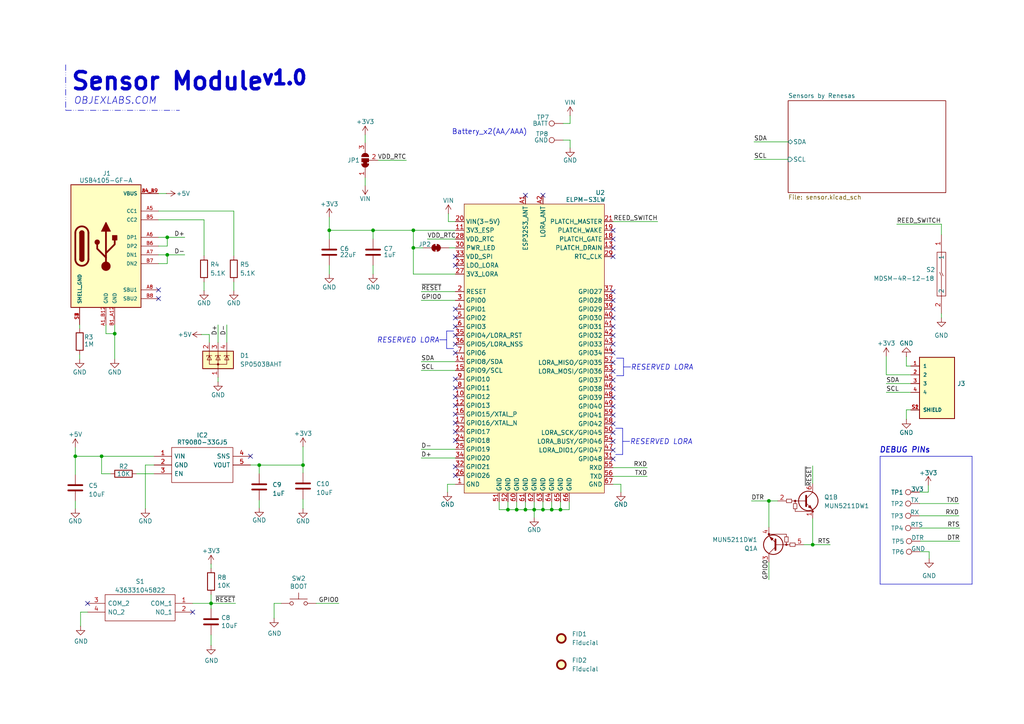
<source format=kicad_sch>
(kicad_sch (version 20231120) (generator "eeschema") (generator_version "8.0")
  (paper "A4")
  (title_block (title "Sensor Module for ELPMs") (date "2024-06-22") (rev "1.0") (comment 2 "Salvatore Raccardi") (comment 3 "Salvatore Raccardi"))
  (lib_symbols
    (symbol "+5V_1" (power) (pin_numbers hide) (pin_names (offset 0) hide)
      (property "Value" "+5V" (at 0 3.556 0))
      (symbol "+5V_1_0_1"
        (polyline (pts (xy -0.762 1.27) (xy 0 2.54)))
        (polyline (pts (xy 0 0) (xy 0 2.54)))
        (polyline (pts (xy 0 2.54) (xy 0.762 1.27)))
      )
      (symbol "+5V_1_1_1"
        (pin power_in line (at 0 0 90) (length 0) (name "~") (number "1"))
      )
    )
    (symbol "436331045822:436331045822" (pin_names (offset 0.762))
      (property "Reference" "S" (at 26.67 7.62 0))
      (property "Value" "436331045822" (at 26.67 5.08 0))
      (symbol "436331045822_0_0"
        (pin passive line (at 30.48 0 180) (length 5.08) (name "COM_1") (number "1"))
        (pin passive line (at 30.48 -2.54 180) (length 5.08) (name "NO_1") (number "2"))
        (pin passive line (at 0 0 0) (length 5.08) (name "COM_2") (number "3"))
        (pin passive line (at 0 -2.54 0) (length 5.08) (name "NO_2") (number "4"))
      )
      (symbol "436331045822_0_1"
        (polyline (pts (xy 5.08 2.54) (xy 25.4 2.54) (xy 25.4 -5.08) (xy 5.08 -5.08) (xy 5.08 2.54)) (stroke (width 0.1524)))
      )
    )
    (symbol "Connector:TestPoint" (pin_numbers hide) (pin_names (offset 0.762) hide)
      (property "Reference" "TP" (at 0 6.858 0))
      (property "Value" "TestPoint" (at 0 5.08 0))
      (symbol "TestPoint_0_1"
        (circle (center 0 3.302) (radius 0.762))
      )
      (symbol "TestPoint_1_1"
        (pin passive line (at 0 0 90) (length 2.54) (name "1") (number "1"))
      )
    )
    (symbol "Device:C" (pin_numbers hide) (pin_names (offset 0.254))
      (property "Reference" "C" (at 0.635 2.54 0))
      (property "Value" "C" (at 0.635 -2.54 0))
      (symbol "C_0_1"
        (polyline (pts (xy -2.032 -0.762) (xy 2.032 -0.762)) (stroke (width 0.508)))
        (polyline (pts (xy -2.032 0.762) (xy 2.032 0.762)) (stroke (width 0.508)))
      )
      (symbol "C_1_1"
        (pin passive line (at 0 3.81 270) (length 2.794) (name "~") (number "1"))
        (pin passive line (at 0 -3.81 90) (length 2.794) (name "~") (number "2"))
      )
    )
    (symbol "Device:R" (pin_numbers hide) (pin_names (offset 0))
      (property "Reference" "R" (at 2.032 0 90))
      (property "Value" "R" (at 0 0 90))
      (symbol "R_0_1"
        (rectangle (start -1.016 -2.54) (end 1.016 2.54) (stroke (width 0.254)))
      )
      (symbol "R_1_1"
        (pin passive line (at 0 3.81 270) (length 1.27) (name "~") (number "1"))
        (pin passive line (at 0 -3.81 90) (length 1.27) (name "~") (number "2"))
      )
    )
    (symbol "ELPMs:ELPM-S3LW"
      (property "Reference" "U1" (at 10.16 43.942 0))
      (property "Value" "ELPM-S3LW" (at 14.478 41.91 0))
      (symbol "ELPM-S3LW_1_1"
        (rectangle (start -20.32 40.64) (end 20.32 -43.18) (fill (type background)))
        (pin input line (at -22.86 -40.64 0) (length 2.54) (name "GND") (number "1"))
        (pin input line (at -22.86 -15.24 0) (length 2.54) (name "GPIO12") (number "10"))
        (pin input line (at -22.86 33.02 0) (length 2.54) (name "3V3_ESP") (number "11"))
        (pin input line (at -22.86 -17.78 0) (length 2.54) (name "GPIO13") (number "12"))
        (pin input line (at 22.86 27.94 180) (length 2.54) (name "PLATCH_DRAIN") (number "13"))
        (pin input line (at -22.86 -5.08 0) (length 2.54) (name "GPIO8/SDA") (number "14"))
        (pin input line (at -22.86 -7.62 0) (length 2.54) (name "GPIO9/SCL") (number "15"))
        (pin input line (at -22.86 -20.32 0) (length 2.54) (name "GPIO15/XTAL_P") (number "16"))
        (pin input line (at -22.86 -22.86 0) (length 2.54) (name "GPIO16/XTAL_N") (number "17"))
        (pin input line (at 22.86 30.48 180) (length 2.54) (name "PLATCH_GATE") (number "18"))
        (pin input line (at 22.86 33.02 180) (length 2.54) (name "PLATCH_WAKE") (number "19"))
        (pin input line (at -22.86 15.24 0) (length 2.54) (name "RESET") (number "2"))
        (pin input line (at -22.86 35.56 0) (length 2.54) (name "VIN(3-5V)") (number "20"))
        (pin input line (at 22.86 35.56 180) (length 2.54) (name "PLATCH_MASTER") (number "21"))
        (pin input line (at -22.86 -25.4 0) (length 2.54) (name "GPIO17") (number "22"))
        (pin input line (at -22.86 22.86 0) (length 2.54) (name "LDO_LORA") (number "23"))
        (pin input line (at -22.86 -27.94 0) (length 2.54) (name "GPIO18") (number "24"))
        (pin input line (at -22.86 -30.48 0) (length 2.54) (name "GPIO19") (number "25"))
        (pin input line (at -22.86 -38.1 0) (length 2.54) (name "GPIO26") (number "26"))
        (pin input line (at -22.86 20.32 0) (length 2.54) (name "3V3_LORA") (number "27"))
        (pin input line (at -22.86 30.48 0) (length 2.54) (name "VDD_RTC") (number "28"))
        (pin input line (at 22.86 25.4 180) (length 2.54) (name "RTC_CLK") (number "29"))
        (pin input line (at -22.86 12.7 0) (length 2.54) (name "GPIO0") (number "3"))
        (pin input line (at -22.86 27.94 0) (length 2.54) (name "PWR_LED") (number "30"))
        (pin input line (at 22.86 -33.274 180) (length 2.54) (name "GPIO48") (number "31"))
        (pin input line (at -22.86 -35.56 0) (length 2.54) (name "GPIO21") (number "32"))
        (pin input line (at -22.86 25.4 0) (length 2.54) (name "VDD_SPI") (number "33"))
        (pin input line (at -22.86 -33.02 0) (length 2.54) (name "GPIO20") (number "34"))
        (pin input line (at -22.86 2.54 0) (length 2.54) (name "GPIO4/LORA_RST") (number "35"))
        (pin input line (at -22.86 0 0) (length 2.54) (name "GPIO5/LORA_NSS") (number "36"))
        (pin input line (at 22.86 15.24 180) (length 2.54) (name "GPIO27") (number "37"))
        (pin input line (at 22.86 12.7 180) (length 2.54) (name "GPIO28") (number "38"))
        (pin input line (at 22.86 10.16 180) (length 2.54) (name "GPIO29") (number "39"))
        (pin input line (at -22.86 10.16 0) (length 2.54) (name "GPIO1") (number "4"))
        (pin input line (at 22.86 7.62 180) (length 2.54) (name "GPIO30") (number "40"))
        (pin input line (at 22.86 5.08 180) (length 2.54) (name "GPIO31") (number "41"))
        (pin input line (at 22.86 2.54 180) (length 2.54) (name "GPIO32") (number "42"))
        (pin input line (at 22.86 0 180) (length 2.54) (name "GPIO33") (number "43"))
        (pin input line (at 22.86 -2.54 180) (length 2.54) (name "GPIO34") (number "44"))
        (pin input line (at 22.86 -10.414 180) (length 2.54) (name "GPIO37") (number "45"))
        (pin input line (at 22.86 -12.954 180) (length 2.54) (name "GPIO38") (number "46"))
        (pin input line (at 22.86 -30.734 180) (length 2.54) (name "LORA_DIO1/GPIO47") (number "47"))
        (pin input line (at 22.86 -15.494 180) (length 2.54) (name "GPIO39") (number "48"))
        (pin input line (at 22.86 -18.034 180) (length 2.54) (name "GPIO40") (number "49"))
        (pin input line (at -22.86 7.62 0) (length 2.54) (name "GPIO2") (number "5"))
        (pin input line (at 22.86 -25.654 180) (length 2.54) (name "LORA_SCK/GPIO45") (number "50"))
        (pin input line (at -10.16 -45.72 90) (length 2.54) (name "GND") (number "51"))
        (pin input line (at -7.62 -45.72 90) (length 2.54) (name "GND") (number "52"))
        (pin input line (at 22.86 -7.874 180) (length 2.54) (name "LORA_MOSI/GPIO36") (number "53"))
        (pin input line (at 22.86 -28.194 180) (length 2.54) (name "LORA_BUSY/GPIO46") (number "54"))
        (pin input line (at 22.86 -35.814 180) (length 2.54) (name "RXD") (number "55"))
        (pin input line (at 22.86 -38.354 180) (length 2.54) (name "TXD") (number "56"))
        (pin input line (at 22.86 -5.334 180) (length 2.54) (name "LORA_MISO/GPIO35") (number "57"))
        (pin input line (at 22.86 -23.114 180) (length 2.54) (name "GPIO42") (number "58"))
        (pin input line (at 22.86 -20.574 180) (length 2.54) (name "GPIO41") (number "59"))
        (pin input line (at -22.86 5.08 0) (length 2.54) (name "GPIO3") (number "6"))
        (pin input line (at -5.08 -45.72 90) (length 2.54) (name "GND") (number "60"))
        (pin input line (at -2.54 -45.72 90) (length 2.54) (name "GND") (number "61"))
        (pin input line (at 0 -45.72 90) (length 2.54) (name "GND") (number "62"))
        (pin input line (at 2.54 -45.72 90) (length 2.54) (name "GND") (number "63"))
        (pin input line (at 5.08 -45.72 90) (length 2.54) (name "GND") (number "64"))
        (pin input line (at 7.62 -45.72 90) (length 2.54) (name "GND") (number "65"))
        (pin input line (at 10.16 -45.72 90) (length 2.54) (name "GND") (number "66"))
        (pin input line (at 22.86 -40.64 180) (length 2.54) (name "GND") (number "67"))
        (pin input line (at -22.86 -2.54 0) (length 2.54) (name "GPIO6") (number "7"))
        (pin input line (at -22.86 -12.7 0) (length 2.54) (name "GPIO11") (number "8"))
        (pin input line (at -22.86 -10.16 0) (length 2.54) (name "GPIO10") (number "9"))
        (pin input line (at -2.54 43.18 270) (length 2.54) (name "ESP32S3_ANT") (number "A1"))
        (pin input line (at 2.54 43.18 270) (length 2.54) (name "LORA_ANT") (number "A2"))
      )
    )
    (symbol "GND_1" (power) (pin_names (offset 0))
      (property "Value" "GND_1" (at 0 -3.81 0))
      (symbol "GND_1_0_1"
        (polyline (pts (xy 0 0) (xy 0 -1.27) (xy 1.27 -1.27) (xy 0 -2.54) (xy -1.27 -1.27) (xy 0 -1.27)))
      )
      (symbol "GND_1_1_1"
        (pin power_in line (at 0 0 270) (length 0) hide (name "GND") (number "1"))
      )
    )
    (symbol "GND_3" (power) (pin_names (offset 0))
      (property "Value" "GND_3" (at 0 -3.81 0))
      (symbol "GND_3_0_1"
        (polyline (pts (xy 0 0) (xy 0 -1.27) (xy 1.27 -1.27) (xy 0 -2.54) (xy -1.27 -1.27) (xy 0 -1.27)))
      )
      (symbol "GND_3_1_1"
        (pin power_in line (at 0 0 270) (length 0) hide (name "GND") (number "1"))
      )
    )
    (symbol "GND_4" (power) (pin_names (offset 0))
      (property "Value" "GND_4" (at 0 -3.81 0))
      (symbol "GND_4_0_1"
        (polyline (pts (xy 0 0) (xy 0 -1.27) (xy 1.27 -1.27) (xy 0 -2.54) (xy -1.27 -1.27) (xy 0 -1.27)))
      )
      (symbol "GND_4_1_1"
        (pin power_in line (at 0 0 270) (length 0) hide (name "GND") (number "1"))
      )
    )
    (symbol "Jumper:SolderJumper_2_Bridged" (pin_numbers hide) (pin_names (offset 0) hide) (exclude_from_sim yes) (in_bom no)
      (property "Reference" "JP" (at 0 2.032 0))
      (property "Value" "SolderJumper_2_Bridged" (at 0 -2.54 0))
      (symbol "SolderJumper_2_Bridged_0_1"
        (rectangle (start -0.508 0.508) (end 0.508 -0.508) (fill (type outline)))
        (arc (start -0.254 1.016) (mid -1.2656 0) (end -0.254 -1.016))
        (arc (start -0.254 1.016) (mid -1.2656 0) (end -0.254 -1.016) (fill (type outline)))
        (polyline (pts (xy -0.254 1.016) (xy -0.254 -1.016)))
        (polyline (pts (xy 0.254 1.016) (xy 0.254 -1.016)))
        (arc (start 0.254 -1.016) (mid 1.2656 0) (end 0.254 1.016))
        (arc (start 0.254 -1.016) (mid 1.2656 0) (end 0.254 1.016) (fill (type outline)))
      )
      (symbol "SolderJumper_2_Bridged_1_1"
        (pin passive line (at -3.81 0 0) (length 2.54) (name "A") (number "1"))
        (pin passive line (at 3.81 0 180) (length 2.54) (name "B") (number "2"))
      )
    )
    (symbol "Jumper:SolderJumper_3_Bridged12" (pin_names (offset 0) hide) (exclude_from_sim yes) (in_bom no)
      (property "Reference" "JP" (at -2.54 -2.54 0))
      (property "Value" "SolderJumper_3_Bridged12" (at 0 2.794 0))
      (symbol "SolderJumper_3_Bridged12_0_1"
        (rectangle (start -1.016 0.508) (end -0.508 -0.508) (fill (type outline)))
        (arc (start -1.016 1.016) (mid -2.0276 0) (end -1.016 -1.016))
        (arc (start -1.016 1.016) (mid -2.0276 0) (end -1.016 -1.016) (fill (type outline)))
        (rectangle (start -0.508 1.016) (end 0.508 -1.016) (fill (type outline)))
        (polyline (pts (xy -2.54 0) (xy -2.032 0)))
        (polyline (pts (xy -1.016 1.016) (xy -1.016 -1.016)))
        (polyline (pts (xy 0 -1.27) (xy 0 -1.016)))
        (polyline (pts (xy 1.016 1.016) (xy 1.016 -1.016)))
        (polyline (pts (xy 2.54 0) (xy 2.032 0)))
        (arc (start 1.016 -1.016) (mid 2.0276 0) (end 1.016 1.016))
        (arc (start 1.016 -1.016) (mid 2.0276 0) (end 1.016 1.016) (fill (type outline)))
      )
      (symbol "SolderJumper_3_Bridged12_1_1"
        (pin passive line (at -5.08 0 0) (length 2.54) (name "A") (number "1"))
        (pin passive line (at 0 -3.81 90) (length 2.54) (name "C") (number "2"))
        (pin passive line (at 5.08 0 180) (length 2.54) (name "B") (number "3"))
      )
    )
    (symbol "MDSM-4R-12-18:MDSM-4R-12-18" (pin_names (offset 0.762))
      (property "Reference" "S1" (at 16.51 -0.635 0))
      (property "Value" "MDSM-4R-12-18" (at 16.51 -3.175 0))
      (symbol "MDSM-4R-12-18_0_0"
        (pin passive line (at 0 10.16 270) (length 5.08) (name "1") (number "1"))
        (pin passive line (at 0 -12.7 90) (length 5.08) (name "2") (number "2"))
      )
      (symbol "MDSM-4R-12-18_0_1"
        (rectangle (start -1.27 5.08) (end 1.27 -7.62))
        (polyline (pts (xy 0 -7.62) (xy 0 -1.778) (xy -0.508 -0.762)))
        (polyline (pts (xy 0 5.08) (xy 0 -0.762) (xy 0.508 -1.778)))
      )
    )
    (symbol "Mechanical:Fiducial"
      (property "Reference" "FID" (at 0 5.08 0))
      (property "Value" "Fiducial" (at 0 3.175 0))
      (symbol "Fiducial_0_1"
        (circle (center 0 0) (radius 1.27) (stroke (width 0.508)) (fill (type background)))
      )
    )
    (symbol "Power_Protection:SP0503BAHT" (pin_names hide)
      (property "Reference" "D" (at 5.715 2.54 0))
      (property "Value" "SP0503BAHT" (at 5.715 0.635 0))
      (symbol "SP0503BAHT_0_0"
        (pin passive line (at 0 -5.08 90) (length 2.54) (name "A") (number "1"))
      )
      (symbol "SP0503BAHT_0_1"
        (rectangle (start -4.445 2.54) (end 4.445 -2.54) (stroke (width 0.254)) (fill (type background)))
        (circle (center 0 -1.27) (radius 0.254) (fill (type outline)))
        (polyline (pts (xy -2.54 2.54) (xy -2.54 1.27)))
        (polyline (pts (xy 0 -1.27) (xy 0 -2.54)))
        (polyline (pts (xy 0 -1.27) (xy 0 1.27)))
        (polyline (pts (xy 0 2.54) (xy 0 1.27)))
        (polyline (pts (xy 0.635 1.27) (xy 0.762 1.27)))
        (polyline (pts (xy 2.54 2.54) (xy 2.54 1.27)))
        (polyline (pts (xy 0.635 1.27) (xy -0.762 1.27) (xy -0.762 1.016)))
        (polyline (pts (xy -3.302 1.016) (xy -3.302 1.27) (xy -1.905 1.27) (xy -1.778 1.27)))
        (polyline (pts (xy -2.54 1.27) (xy -2.54 -1.27) (xy 2.54 -1.27) (xy 2.54 1.27)))
        (polyline (pts (xy -2.54 1.27) (xy -1.905 0) (xy -3.175 0) (xy -2.54 1.27)))
        (polyline (pts (xy 0.635 0) (xy -0.635 0) (xy 0 1.27) (xy 0.635 0)))
        (polyline (pts (xy 1.778 1.016) (xy 1.778 1.27) (xy 3.175 1.27) (xy 3.302 1.27)))
        (polyline (pts (xy 2.54 1.27) (xy 1.905 0) (xy 3.175 0) (xy 2.54 1.27)))
      )
      (symbol "SP0503BAHT_1_1"
        (pin passive line (at -2.54 5.08 270) (length 2.54) (name "K") (number "2"))
        (pin passive line (at 0 5.08 270) (length 2.54) (name "K") (number "3"))
        (pin passive line (at 2.54 5.08 270) (length 2.54) (name "K") (number "4"))
      )
    )
    (symbol "RT9080-33GJ5:RT9080-33GJ5" (pin_names (offset 0.762))
      (property "Reference" "IC" (at 24.13 7.62 0))
      (property "Value" "RT9080-33GJ5" (at 24.13 5.08 0))
      (symbol "RT9080-33GJ5_0_0"
        (pin passive line (at 0 0 0) (length 5.08) (name "VIN") (number "1"))
        (pin passive line (at 0 -2.54 0) (length 5.08) (name "GND") (number "2"))
        (pin passive line (at 0 -5.08 0) (length 5.08) (name "EN") (number "3"))
        (pin passive line (at 27.94 0 180) (length 5.08) (name "SNS") (number "4"))
        (pin passive line (at 27.94 -2.54 180) (length 5.08) (name "VOUT") (number "5"))
      )
      (symbol "RT9080-33GJ5_0_1"
        (polyline (pts (xy 5.08 2.54) (xy 22.86 2.54) (xy 22.86 -7.62) (xy 5.08 -7.62) (xy 5.08 2.54)) (stroke (width 0.1524)))
      )
    )
    (symbol "SM04B-SRSS-TB_LF__SN_:SM04B-SRSS-TB(LF)(SN)" (pin_names (offset 1.016))
      (property "Reference" "J" (at -5.0831 8.1433 0))
      (property "Value" "SM04B-SRSS-TB(LF)(SN)" (at -5.0835 -11.9557 0))
      (symbol "SM04B-SRSS-TB(LF)(SN)_0_0"
        (rectangle (start -5.08 -10.16) (end 5.08 7.62) (stroke (width 0.254)) (fill (type background)))
        (pin passive line (at -7.62 5.08 0) (length 2.54) (name "1") (number "1"))
        (pin passive line (at -7.62 2.54 0) (length 2.54) (name "2") (number "2"))
        (pin passive line (at -7.62 0 0) (length 2.54) (name "3") (number "3"))
        (pin passive line (at -7.62 -2.54 0) (length 2.54) (name "4") (number "4"))
        (pin passive line (at -7.62 -7.62 0) (length 2.54) (name "SHIELD") (number "S1"))
        (pin passive line (at -7.62 -7.62 0) (length 2.54) (name "SHIELD") (number "S2"))
      )
    )
    (symbol "Switch:SW_Push" (pin_numbers hide) (pin_names (offset 1.016) hide)
      (property "Reference" "SW" (at 1.27 2.54 0))
      (property "Value" "SW_Push" (at 0 -1.524 0))
      (symbol "SW_Push_0_1"
        (circle (center -2.032 0) (radius 0.508))
        (polyline (pts (xy 0 1.27) (xy 0 3.048)))
        (polyline (pts (xy 2.54 1.27) (xy -2.54 1.27)))
        (circle (center 2.032 0) (radius 0.508))
        (pin passive line (at -5.08 0 0) (length 2.54) (name "1") (number "1"))
        (pin passive line (at 5.08 0 180) (length 2.54) (name "2") (number "2"))
      )
    )
    (symbol "Transistor_BJT:MUN5211DW1" (pin_names hide)
      (property "Reference" "Q" (at 3.81 1.27 0))
      (property "Value" "MUN5211DW1" (at 3.81 -1.27 0))
      (symbol "MUN5211DW1_0_1"
        (rectangle (start -6.35 0.508) (end -4.826 -0.508))
        (rectangle (start -4.318 -2.286) (end -3.302 -0.762))
        (circle (center -3.81 0) (radius 0.254) (fill (type outline)))
        (polyline (pts (xy -3.81 -0.762) (xy -3.81 0)))
        (polyline (pts (xy -0.762 0) (xy -4.826 0)))
        (polyline (pts (xy -0.635 1.524) (xy -0.635 -1.524)) (stroke (width 0.508)))
        (polyline (pts (xy -3.81 -2.286) (xy -3.81 -3.048) (xy 1.27 -3.048)))
        (circle (center 1.27 -3.048) (radius 0.254) (fill (type outline)))
      )
      (symbol "MUN5211DW1_1_1"
        (polyline (pts (xy -0.635 0.635) (xy 1.27 2.54)))
        (polyline (pts (xy -0.635 -0.635) (xy 1.27 -2.54) (xy 1.27 -2.54)))
        (polyline (pts (xy 0 -1.778) (xy 0.508 -1.27) (xy 1.016 -2.286) (xy 0 -1.778) (xy 0 -1.778)) (fill (type outline)))
        (circle (center 0 0) (radius 2.8194) (stroke (width 0.254)))
        (pin passive line (at 1.27 5.08 270) (length 2.54) (name "C1") (number "3"))
        (pin passive line (at 1.27 -5.08 90) (length 2.54) (name "E1") (number "4"))
        (pin input line (at -8.89 0 0) (length 2.54) (name "B1") (number "5"))
      )
      (symbol "MUN5211DW1_2_1"
        (polyline (pts (xy -0.635 0.635) (xy 1.27 2.54)))
        (polyline (pts (xy -0.635 -0.635) (xy 1.27 -2.54) (xy 1.27 -2.54)))
        (polyline (pts (xy 0 -1.778) (xy 0.508 -1.27) (xy 1.016 -2.286) (xy 0 -1.778) (xy 0 -1.778)) (fill (type outline)))
        (circle (center 0 0) (radius 2.8194) (stroke (width 0.254)))
        (pin passive line (at 1.27 -5.08 90) (length 2.54) (name "E2") (number "1"))
        (pin input line (at -8.89 0 0) (length 2.54) (name "B2") (number "2"))
        (pin passive line (at 1.27 5.08 270) (length 2.54) (name "C2") (number "6"))
      )
    )
    (symbol "USB4105-GF-A:USB4105-GF-A" (pin_names (offset 1.016))
      (property "Reference" "J2" (at 0 16.764 0))
      (property "Value" "USB4105-GF-A" (at 0 14.224 0))
      (symbol "USB4105-GF-A_0_0"
        (rectangle (start -8.128 12.954) (end 12.192 -22.606) (stroke (width 0.254)) (fill (type background)))
        (pin power_in line (at 2.032 -27.686 90) (length 5.08) (name "GND") (number "A1_B12"))
        (pin power_in line (at 17.272 10.414 180) (length 5.08) (name "VBUS") (number "A4_B9"))
        (pin bidirectional line (at 17.272 5.334 180) (length 5.08) (name "CC1") (number "A5"))
        (pin bidirectional line (at 17.272 -2.286 180) (length 5.08) (name "DP1") (number "A6"))
        (pin bidirectional line (at 17.272 -7.366 180) (length 5.08) (name "DN1") (number "A7"))
        (pin bidirectional line (at 17.272 -17.526 180) (length 5.08) (name "SBU1") (number "A8"))
        (pin power_in line (at 4.572 -27.686 90) (length 5.08) (name "GND") (number "B1_A12"))
        (pin power_in line (at 17.272 10.414 180) (length 5.08) (name "VBUS") (number "B4_A9"))
        (pin bidirectional line (at 17.272 2.794 180) (length 5.08) (name "CC2") (number "B5"))
        (pin bidirectional line (at 17.272 -9.906 180) (length 5.08) (name "DN2") (number "B7"))
        (pin bidirectional line (at 17.272 -20.066 180) (length 5.08) (name "SBU2") (number "B8"))
        (pin power_in line (at -5.588 -27.686 90) (length 5.08) (name "SHELL_GND") (number "S1"))
        (pin power_in line (at -5.588 -27.686 90) (length 5.08) (name "SHELL_GND") (number "S2"))
        (pin power_in line (at -5.588 -27.686 90) (length 5.08) (name "SHELL_GND") (number "S3"))
        (pin power_in line (at -5.588 -27.686 90) (length 5.08) (name "SHELL_GND") (number "S4"))
      )
      (symbol "USB4105-GF-A_0_1"
        (arc (start -6.858 -8.636) (mid -4.953 -10.5327) (end -3.048 -8.636) (stroke (width 0.508)))
        (arc (start -5.588 -8.636) (mid -4.953 -9.2683) (end -4.318 -8.636) (stroke (width 0.254)))
        (arc (start -5.588 -8.636) (mid -4.953 -9.2683) (end -4.318 -8.636) (stroke (width 0.254)) (fill (type outline)))
        (rectangle (start -5.588 -1.016) (end -4.318 -8.636) (stroke (width 0.254)) (fill (type outline)))
        (arc (start -4.318 -1.016) (mid -4.953 -0.3837) (end -5.588 -1.016) (stroke (width 0.254)))
        (arc (start -4.318 -1.016) (mid -4.953 -0.3837) (end -5.588 -1.016) (stroke (width 0.254)) (fill (type outline)))
        (arc (start -3.048 -1.016) (mid -4.953 0.8807) (end -6.858 -1.016) (stroke (width 0.508)))
        (circle (center -0.508 -3.683) (radius 0.635) (stroke (width 0.254)) (fill (type outline)))
        (polyline (pts (xy -6.858 -8.636) (xy -6.858 -1.016)) (stroke (width 0.508)))
        (polyline (pts (xy -3.048 -1.016) (xy -3.048 -8.636)) (stroke (width 0.508)))
        (polyline (pts (xy 2.032 -10.668) (xy 2.032 -0.508)) (stroke (width 0.508)))
        (polyline (pts (xy 2.032 -8.128) (xy -0.508 -5.588) (xy -0.508 -4.318)) (stroke (width 0.508)))
        (polyline (pts (xy 2.032 -6.858) (xy 4.572 -4.318) (xy 4.572 -3.048)) (stroke (width 0.508)))
        (polyline (pts (xy 0.762 -0.508) (xy 2.032 2.032) (xy 3.302 -0.508) (xy 0.762 -0.508)) (stroke (width 0.254)) (fill (type outline)))
        (circle (center 2.032 -10.668) (radius 1.27) (fill (type outline)))
        (rectangle (start 3.937 -3.048) (end 5.207 -1.778) (stroke (width 0.254)) (fill (type outline)))
      )
      (symbol "USB4105-GF-A_1_0"
        (pin bidirectional line (at 17.272 -4.826 180) (length 5.08) (name "DP2") (number "B6"))
      )
    )
    (symbol "power:+3V3" (power) (pin_numbers hide) (pin_names (offset 0) hide)
      (property "Value" "+3V3" (at 0 3.556 0))
      (symbol "+3V3_0_1"
        (polyline (pts (xy -0.762 1.27) (xy 0 2.54)))
        (polyline (pts (xy 0 0) (xy 0 2.54)))
        (polyline (pts (xy 0 2.54) (xy 0.762 1.27)))
      )
      (symbol "+3V3_1_1"
        (pin power_in line (at 0 0 90) (length 0) (name "~") (number "1"))
      )
    )
    (symbol "power:+5V" (power) (pin_names (offset 0))
      (property "Value" "+5V" (at 0 3.556 0))
      (symbol "+5V_0_1"
        (polyline (pts (xy -0.762 1.27) (xy 0 2.54)))
        (polyline (pts (xy 0 0) (xy 0 2.54)))
        (polyline (pts (xy 0 2.54) (xy 0.762 1.27)))
      )
      (symbol "+5V_1_1"
        (pin power_in line (at 0 0 90) (length 0) hide (name "+5V") (number "1"))
      )
    )
    (symbol "power:GND" (power) (pin_numbers hide) (pin_names (offset 0) hide)
      (property "Value" "GND" (at 0 -3.81 0))
      (symbol "GND_0_1"
        (polyline (pts (xy 0 0) (xy 0 -1.27) (xy 1.27 -1.27) (xy 0 -2.54) (xy -1.27 -1.27) (xy 0 -1.27)))
      )
      (symbol "GND_1_1"
        (pin power_in line (at 0 0 270) (length 0) (name "~") (number "1"))
      )
    )
  )
  (junction (at 147.32 147.828))
  (junction (at 235.712 157.988))
  (junction (at 157.48 147.828))
  (junction (at 61.214 175.006))
  (junction (at 29.464 132.334))
  (junction (at 48.514 68.834))
  (junction (at 162.56 147.828))
  (junction (at 87.884 134.8994))
  (junction (at 119.888 66.802))
  (junction (at 152.4 147.828))
  (junction (at 154.94 147.828))
  (junction (at 95.504 66.802))
  (junction (at 119.888 71.882))
  (junction (at 33.274 96.774))
  (junction (at 108.204 66.802))
  (junction (at 48.514 73.914))
  (junction (at 223.012 145.288))
  (junction (at 75.184 134.8994))
  (junction (at 21.844 132.334))
  (junction (at 149.86 147.828))
  (junction (at 160.02 147.828))
  (no_connect (at 177.8 105.156))
  (no_connect (at 177.8 128.016))
  (no_connect (at 132.08 127.762))
  (no_connect (at 132.08 109.982))
  (no_connect (at 177.8 120.396))
  (no_connect (at 177.8 87.122))
  (no_connect (at 132.08 135.382))
  (no_connect (at 177.8 115.316))
  (no_connect (at 157.48 56.642))
  (no_connect (at 177.8 69.342))
  (no_connect (at 177.8 130.556))
  (no_connect (at 132.08 125.222))
  (no_connect (at 177.8 122.936))
  (no_connect (at 177.8 92.202))
  (no_connect (at 177.8 66.802))
  (no_connect (at 45.974 86.614))
  (no_connect (at 132.08 117.602))
  (no_connect (at 132.08 137.922))
  (no_connect (at 177.8 94.742))
  (no_connect (at 25.4 175.006))
  (no_connect (at 177.8 74.422))
  (no_connect (at 177.8 99.822))
  (no_connect (at 132.08 115.062))
  (no_connect (at 177.8 133.096))
  (no_connect (at 177.8 110.236))
  (no_connect (at 132.08 76.962))
  (no_connect (at 177.8 117.856))
  (no_connect (at 72.644 132.334))
  (no_connect (at 177.8 102.362))
  (no_connect (at 177.8 89.662))
  (no_connect (at 132.08 92.202))
  (no_connect (at 152.4 56.642))
  (no_connect (at 132.08 89.662))
  (no_connect (at 45.974 84.074))
  (no_connect (at 177.8 84.582))
  (no_connect (at 132.08 97.282))
  (no_connect (at 177.8 125.476))
  (no_connect (at 55.88 177.546))
  (no_connect (at 177.8 112.776))
  (no_connect (at 177.8 107.696))
  (no_connect (at 132.08 94.742))
  (no_connect (at 132.08 112.522))
  (no_connect (at 177.8 71.882))
  (no_connect (at 132.08 74.422))
  (no_connect (at 132.08 102.362))
  (no_connect (at 132.08 120.142))
  (no_connect (at 132.08 122.682))
  (no_connect (at 132.08 99.822))
  (no_connect (at 177.8 97.282))
  (wire (pts (xy 59.182 81.788) (xy 59.182 84.328)))
  (polyline (pts (xy 178.562 131.826) (xy 180.594 131.826)))
  (wire (pts (xy 132.08 84.582) (xy 122.174 84.582)))
  (wire (pts (xy 269.494 160.02) (xy 269.494 162.052)))
  (wire (pts (xy 45.974 68.834) (xy 48.514 68.834)))
  (wire (pts (xy 233.172 157.988) (xy 235.712 157.988)))
  (wire (pts (xy 45.974 71.374) (xy 48.514 71.374)))
  (wire (pts (xy 63.246 99.314) (xy 63.246 94.234)))
  (wire (pts (xy 162.56 147.828) (xy 162.56 145.542)))
  (wire (pts (xy 61.214 172.466) (xy 61.214 175.006)))
  (wire (pts (xy 180.086 140.462) (xy 180.086 142.748)))
  (polyline (pts (xy 281.94 132.334) (xy 281.94 169.418)))
  (wire (pts (xy 95.504 66.802) (xy 95.504 69.342)))
  (wire (pts (xy 48.514 71.374) (xy 48.514 68.834)))
  (wire (pts (xy 132.08 64.262) (xy 130.048 64.262)))
  (wire (pts (xy 29.464 137.414) (xy 32.004 137.414)))
  (polyline (pts (xy 180.594 124.206) (xy 180.594 131.826)))
  (wire (pts (xy 154.94 145.542) (xy 154.94 147.828)))
  (wire (pts (xy 260.096 65.024) (xy 273.05 65.024)))
  (wire (pts (xy 149.86 147.828) (xy 152.4 147.828)))
  (polyline (pts (xy 131.572 96.012) (xy 129.54 96.012)))
  (wire (pts (xy 266.954 160.02) (xy 269.494 160.02)))
  (wire (pts (xy 154.94 147.828) (xy 157.48 147.828)))
  (wire (pts (xy 264.16 118.872) (xy 262.89 118.872)))
  (wire (pts (xy 160.02 145.542) (xy 160.02 147.828)))
  (wire (pts (xy 273.05 65.024) (xy 273.05 68.072)))
  (wire (pts (xy 180.086 140.462) (xy 177.8 140.462)))
  (wire (pts (xy 144.78 145.542) (xy 144.78 147.828)))
  (polyline (pts (xy 180.594 128.016) (xy 182.626 128.016)))
  (wire (pts (xy 45.974 76.454) (xy 48.514 76.454)))
  (wire (pts (xy 108.204 76.962) (xy 108.204 79.502)))
  (polyline (pts (xy 180.848 103.886) (xy 180.848 108.966)))
  (wire (pts (xy 45.974 73.914) (xy 48.514 73.914)))
  (wire (pts (xy 152.4 147.828) (xy 154.94 147.828)))
  (wire (pts (xy 60.706 97.028) (xy 58.42 97.028)))
  (polyline (pts (xy 178.562 124.206) (xy 180.594 124.206)))
  (wire (pts (xy 75.184 134.8994) (xy 87.884 134.8994)))
  (wire (pts (xy 44.704 134.874) (xy 42.164 134.874)))
  (polyline (pts (xy 281.94 169.418) (xy 255.27 169.418)))
  (wire (pts (xy 266.7 153.162) (xy 278.384 153.162)))
  (wire (pts (xy 144.78 147.828) (xy 147.32 147.828)))
  (wire (pts (xy 33.274 96.774) (xy 33.274 104.14)))
  (wire (pts (xy 55.88 175.006) (xy 61.214 175.006)))
  (wire (pts (xy 60.706 97.028) (xy 60.706 99.314)))
  (wire (pts (xy 75.184 134.8994) (xy 75.184 134.874)))
  (wire (pts (xy 29.464 132.334) (xy 29.464 137.414)))
  (wire (pts (xy 154.94 147.828) (xy 154.94 150.114)))
  (wire (pts (xy 30.734 94.234) (xy 30.734 96.774)))
  (wire (pts (xy 25.4 177.546) (xy 23.368 177.546)))
  (wire (pts (xy 119.888 79.502) (xy 132.08 79.502)))
  (wire (pts (xy 132.08 104.902) (xy 122.174 104.902)))
  (wire (pts (xy 95.504 62.992) (xy 95.504 66.802)))
  (wire (pts (xy 39.624 137.414) (xy 44.704 137.414)))
  (wire (pts (xy 157.48 147.828) (xy 160.02 147.828)))
  (wire (pts (xy 235.712 140.208) (xy 235.712 135.128)))
  (wire (pts (xy 165.354 33.528) (xy 165.354 35.814)))
  (wire (pts (xy 273.05 90.932) (xy 273.05 92.202)))
  (wire (pts (xy 266.7 149.606) (xy 278.13 149.606)))
  (wire (pts (xy 23.114 102.87) (xy 23.114 104.14)))
  (wire (pts (xy 87.884 134.8994) (xy 87.884 129.54)))
  (wire (pts (xy 119.888 71.882) (xy 119.888 66.802)))
  (wire (pts (xy 65.786 99.314) (xy 65.786 94.234)))
  (wire (pts (xy 119.888 79.502) (xy 119.888 71.882)))
  (wire (pts (xy 33.274 96.774) (xy 33.274 94.234)))
  (wire (pts (xy 119.888 66.802) (xy 132.08 66.802)))
  (polyline (pts (xy 255.27 132.334) (xy 281.94 132.334)))
  (wire (pts (xy 42.164 134.874) (xy 42.164 147.574)))
  (polyline (pts (xy 131.572 101.092) (xy 129.54 101.092)))
  (polyline (pts (xy 129.54 98.552) (xy 127.508 98.552)))
  (wire (pts (xy 130.048 61.976) (xy 130.048 64.262)))
  (wire (pts (xy 264.16 106.172) (xy 262.89 106.172)))
  (wire (pts (xy 21.844 132.334) (xy 29.464 132.334)))
  (wire (pts (xy 108.204 66.802) (xy 108.204 69.342)))
  (wire (pts (xy 48.514 73.914) (xy 48.514 76.454)))
  (wire (pts (xy 162.56 147.828) (xy 165.1 147.828)))
  (wire (pts (xy 264.16 108.712) (xy 257.048 108.712)))
  (wire (pts (xy 130.302 71.882) (xy 132.08 71.882)))
  (wire (pts (xy 235.712 157.988) (xy 235.712 150.368)))
  (wire (pts (xy 59.182 63.754) (xy 59.182 74.168)))
  (polyline (pts (xy 255.27 132.334) (xy 255.27 169.418)))
  (wire (pts (xy 152.4 147.828) (xy 152.4 145.542)))
  (wire (pts (xy 122.174 87.122) (xy 132.08 87.122)))
  (wire (pts (xy 190.754 64.262) (xy 177.8 64.262)))
  (wire (pts (xy 177.8 135.636) (xy 187.706 135.636)))
  (wire (pts (xy 48.514 73.914) (xy 53.594 73.914)))
  (wire (pts (xy 117.856 46.482) (xy 109.728 46.482)))
  (wire (pts (xy 48.514 68.834) (xy 53.594 68.834)))
  (wire (pts (xy 129.794 140.462) (xy 129.794 142.748)))
  (wire (pts (xy 132.08 107.442) (xy 122.174 107.442)))
  (wire (pts (xy 165.1 147.828) (xy 165.1 145.542)))
  (wire (pts (xy 75.184 145.034) (xy 75.184 147.32)))
  (wire (pts (xy 61.214 163.576) (xy 61.214 164.846)))
  (wire (pts (xy 105.918 53.848) (xy 105.918 51.562)))
  (wire (pts (xy 108.204 66.802) (xy 119.888 66.802)))
  (wire (pts (xy 29.464 132.334) (xy 44.704 132.334)))
  (wire (pts (xy 266.954 156.972) (xy 278.384 156.972)))
  (wire (pts (xy 81.534 175.006) (xy 79.502 175.006)))
  (wire (pts (xy 262.89 118.872) (xy 262.89 121.666)))
  (wire (pts (xy 23.368 177.546) (xy 23.368 181.61)))
  (wire (pts (xy 21.844 129.794) (xy 21.844 132.334)))
  (wire (pts (xy 45.974 56.134) (xy 48.26 56.134)))
  (polyline (pts (xy 178.816 108.966) (xy 180.848 108.966)))
  (wire (pts (xy 235.712 157.988) (xy 240.792 157.988)))
  (wire (pts (xy 87.884 134.8994) (xy 87.884 137.16)))
  (wire (pts (xy 87.884 144.78) (xy 87.884 147.574)))
  (wire (pts (xy 63.246 109.474) (xy 63.246 110.744)))
  (wire (pts (xy 163.322 35.814) (xy 165.354 35.814)))
  (wire (pts (xy 149.86 145.542) (xy 149.86 147.828)))
  (wire (pts (xy 266.7 142.748) (xy 269.24 142.748)))
  (wire (pts (xy 223.012 152.908) (xy 223.012 145.288)))
  (wire (pts (xy 228.6 41.148) (xy 218.694 41.148)))
  (wire (pts (xy 177.8 138.176) (xy 187.706 138.176)))
  (polyline (pts (xy 19.05 18.796) (xy 19.05 32.004)) (stroke (width 0) (type dash_dot_dot)))
  (wire (pts (xy 122.682 71.882) (xy 119.888 71.882)))
  (wire (pts (xy 79.502 175.006) (xy 79.502 179.324)))
  (wire (pts (xy 61.214 175.006) (xy 68.326 175.006)))
  (wire (pts (xy 264.16 111.252) (xy 257.048 111.252)))
  (wire (pts (xy 23.114 94.234) (xy 23.114 95.25)))
  (wire (pts (xy 160.02 147.828) (xy 162.56 147.828)))
  (wire (pts (xy 95.504 66.802) (xy 108.204 66.802)))
  (wire (pts (xy 147.32 147.828) (xy 149.86 147.828)))
  (wire (pts (xy 45.974 63.754) (xy 59.182 63.754)))
  (wire (pts (xy 30.734 96.774) (xy 33.274 96.774)))
  (polyline (pts (xy 178.816 103.886) (xy 180.848 103.886)))
  (polyline (pts (xy 129.54 96.012) (xy 129.54 101.092)))
  (wire (pts (xy 165.354 40.64) (xy 165.354 42.926)))
  (wire (pts (xy 91.694 175.006) (xy 98.298 175.006)))
  (wire (pts (xy 21.844 132.334) (xy 21.844 137.668)))
  (wire (pts (xy 165.354 40.64) (xy 163.322 40.64)))
  (wire (pts (xy 132.08 130.302) (xy 122.174 130.302)))
  (wire (pts (xy 217.932 145.288) (xy 223.012 145.288)))
  (polyline (pts (xy 180.848 106.426) (xy 182.88 106.426)))
  (wire (pts (xy 223.012 168.148) (xy 223.012 163.068)))
  (polyline (pts (xy 19.05 32.004) (xy 52.07 32.004)) (stroke (width 0) (type dash_dot_dot)))
  (wire (pts (xy 223.012 145.288) (xy 225.552 145.288)))
  (wire (pts (xy 21.844 145.288) (xy 21.844 147.574)))
  (wire (pts (xy 147.32 147.828) (xy 147.32 145.542)))
  (wire (pts (xy 129.794 140.462) (xy 132.08 140.462)))
  (wire (pts (xy 123.952 69.342) (xy 132.08 69.342)))
  (wire (pts (xy 257.048 103.378) (xy 257.048 108.712)))
  (wire (pts (xy 67.818 81.788) (xy 67.818 84.328)))
  (wire (pts (xy 75.184 134.8994) (xy 75.184 137.414)))
  (wire (pts (xy 45.974 61.214) (xy 67.818 61.214)))
  (wire (pts (xy 157.48 147.828) (xy 157.48 145.542)))
  (wire (pts (xy 269.24 140.716) (xy 269.24 142.748)))
  (wire (pts (xy 95.504 76.962) (xy 95.504 79.502)))
  (wire (pts (xy 72.644 134.874) (xy 75.184 134.874)))
  (wire (pts (xy 266.7 146.05) (xy 278.13 146.05)))
  (wire (pts (xy 105.918 41.402) (xy 105.918 39.116)))
  (wire (pts (xy 132.08 132.842) (xy 122.174 132.842)))
  (wire (pts (xy 61.214 187.198) (xy 61.214 184.15)))
  (wire (pts (xy 262.89 103.378) (xy 262.89 106.172)))
  (wire (pts (xy 264.16 113.792) (xy 257.048 113.792)))
  (wire (pts (xy 61.214 175.006) (xy 61.214 176.53)))
  (wire (pts (xy 228.6 46.228) (xy 218.694 46.228)))
  (wire (pts (xy 67.818 61.214) (xy 67.818 74.168)))
  (text "RESERVED LORA" (at 191.77 128.27 0) (effects (font (size 1.5 1.5) (italic yes))))
  (text "OBJEXLABS.COM" (at 21.336 30.48 0) (effects (font (size 2 2) (italic yes)) (justify left bottom)))
  (text "RESERVED LORA" (at 192.024 106.68 0) (effects (font (size 1.5 1.5) (italic yes))))
  (text "DEBUG PINs" (at 255.016 131.572 0) (effects (font (size 1.6 1.6) (thickness 0.254) (bold yes) (italic yes)) (justify left bottom)))
  (text "Sensor Module^{v1.0} " (at 20.32 26.67 0) (effects (font (size 5 5) (thickness 1) (bold yes)) (justify left bottom)))
  (text "RESERVED LORA" (at 118.364 98.806 0) (effects (font (size 1.5 1.5) (italic yes))))
  (text "Battery_x2(AA/AAA)" (at 141.986 38.354 0) (effects (font (size 1.5 1.5))))
  (label "RXD" (at 278.13 149.606 180))
  (label "REED_SWITCH" (at 260.096 65.024 0))
  (label "D-" (at 53.594 73.914 180))
  (label "RXD" (at 187.706 135.636 180))
  (label "REED_SWITCH" (at 190.754 64.262 180))
  (label "SDA" (at 122.174 104.902 0))
  (label "D-" (at 65.786 94.234 270))
  (label "SCL" (at 122.174 107.442 0))
  (label "GPIO0" (at 122.174 87.122 0))
  (label "~{RESET}" (at 68.326 175.006 180))
  (label "SDA" (at 257.048 111.252 0))
  (label "DTR" (at 217.932 145.288 0))
  (label "SCL" (at 218.694 46.228 0))
  (label "~{RESET}" (at 235.712 135.128 270))
  (label "D-" (at 122.174 130.302 0))
  (label "RTS" (at 278.384 153.162 180))
  (label "VDD_RTC" (at 123.952 69.342 0))
  (label "GPIO0" (at 223.012 168.148 90))
  (label "DTR" (at 278.384 156.972 180))
  (label "SCL" (at 257.048 113.792 0))
  (label "GPIO0" (at 98.298 175.006 180))
  (label "TXD" (at 187.706 138.176 180))
  (label "D+" (at 122.174 132.842 0))
  (label "SDA" (at 218.694 41.148 0))
  (label "VDD_RTC" (at 117.856 46.482 180))
  (label "~{RESET}" (at 122.174 84.582 0))
  (label "D+" (at 63.246 94.234 270))
  (label "TXD" (at 278.13 146.05 180))
  (label "D+" (at 53.594 68.834 180))
  (label "RTS" (at 240.792 157.988 180))
  (symbol (lib_name "GND_4") (lib_id "power:GND") (at 129.794 142.748 0) (unit 1)
    (property "Reference" "#PWR013" (effects (hide yes)))
    (property "Value" "GND" (at 129.794 146.304 0))
  )
  (symbol (lib_name "+5V_1") (lib_id "power:+5V") (at 58.42 97.028 90) (unit 1)
    (property "Reference" "#PWR045" (effects (hide yes)))
    (property "Value" "+5V" (at 55.626 97.028 90) (effects (justify left)))
    (property "Description" "Power symbol creates a global label with name \"+5V\"" (effects (hide yes)))
  )
  (symbol (lib_name "+5V_1") (lib_id "power:+5V") (at 48.26 56.134 270) (unit 1)
    (property "Reference" "#PWR036" (effects (hide yes)))
    (property "Value" "+5V" (at 51.054 56.134 90) (effects (justify left)))
    (property "Description" "Power symbol creates a global label with name \"+5V\"" (effects (hide yes)))
  )
  (symbol (lib_id "power:GND") (at 262.89 103.378 0) (mirror x) (unit 1)
    (property "Reference" "#PWR041" (effects (hide yes)))
    (property "Value" "GND" (at 262.89 99.568 0))
  )
  (symbol (lib_name "GND_4") (lib_id "power:GND") (at 165.354 42.926 0) (mirror y) (unit 1)
    (property "Reference" "#PWR038" (effects (hide yes)))
    (property "Value" "GND" (at 165.354 46.482 0))
  )
  (symbol (lib_id "Connector:TestPoint") (at 266.7 146.05 90) (unit 1)
    (property "Reference" "TP2" (at 260.223 146.1262 90))
    (property "Value" "TX" (at 265.2776 145.034 90))
    (property "Footprint" "TestPoint:TestPoint_Pad_D1.5mm" (effects (hide yes)))
  )
  (symbol (lib_id "Device:R") (at 23.114 99.06 0) (unit 1)
    (property "Reference" "R3" (at 24.384 97.79 0) (effects (justify left)))
    (property "Value" "1M" (at 24.384 99.822 0) (effects (justify left)))
    (property "Footprint" "Resistor_SMD:R_0402_1005Metric" (effects (hide yes)))
  )
  (symbol (lib_id "power:GND") (at 75.184 147.32 0) (unit 1)
    (property "Reference" "#PWR021" (effects (hide yes)))
    (property "Value" "GND" (at 75.184 150.876 0))
  )
  (symbol (lib_id "Mechanical:Fiducial") (at 162.814 192.786 0) (unit 1)
    (property "Reference" "FID2" (at 165.862 191.5159 0) (effects (justify left)))
    (property "Value" "Fiducial" (at 165.862 194.0559 0) (effects (justify left)))
    (property "Footprint" "Fiducial:Fiducial_0.5mm_Mask1mm" (effects (hide yes)))
    (property "Description" "Fiducial Marker" (effects (hide yes)))
  )
  (symbol (lib_id "Jumper:SolderJumper_2_Bridged") (at 126.492 71.882 0) (unit 1) (exclude_from_sim yes) (in_bom no)
    (property "Reference" "JP2" (at 123.19 70.866 0))
    (property "Value" "SolderJumper_2_Bridged" (effects (hide yes)))
    (property "Footprint" "Jumper:SolderJumper-2_P1.3mm_Bridged_RoundedPad1.0x1.5mm" (effects (hide yes)))
    (property "Description" "Solder Jumper, 2-pole, closed/bridged" (effects (hide yes)))
  )
  (symbol (lib_id "Device:C") (at 95.504 73.152 0) (unit 1)
    (property "Reference" "C6" (at 98.552 72.136 0) (effects (justify left)))
    (property "Value" "22uF" (at 98.552 73.914 0) (effects (justify left)))
    (property "Footprint" "Capacitor_SMD:C_0603_1608Metric" (effects (hide yes)))
    (property "Description" "Unpolarized capacitor" (effects (hide yes)))
  )
  (symbol (lib_id "power:GND") (at 269.494 162.052 0) (unit 1)
    (property "Reference" "#PWR031" (effects (hide yes)))
    (property "Value" "GND" (at 269.494 167.005 0))
  )
  (symbol (lib_id "Device:R") (at 35.814 137.414 90) (mirror x) (unit 1)
    (property "Reference" "R2" (at 35.8394 135.2804 90))
    (property "Value" "10K" (at 35.8394 137.4394 90))
    (property "Footprint" "Resistor_SMD:R_0402_1005Metric" (effects (hide yes)))
  )
  (symbol (lib_id "power:GND") (at 23.114 104.14 0) (unit 1)
    (property "Reference" "#PWR024" (effects (hide yes)))
    (property "Value" "GND" (at 23.114 107.95 0))
  )
  (symbol (lib_id "Mechanical:Fiducial") (at 162.814 185.166 0) (unit 1)
    (property "Reference" "FID1" (at 165.862 183.8959 0) (effects (justify left)))
    (property "Value" "Fiducial" (at 165.862 186.4359 0) (effects (justify left)))
    (property "Footprint" "Fiducial:Fiducial_0.5mm_Mask1mm" (effects (hide yes)))
    (property "Description" "Fiducial Marker" (effects (hide yes)))
  )
  (symbol (lib_id "Transistor_BJT:MUN5211DW1") (at 234.442 145.288 0) (unit 2)
    (property "Reference" "Q1" (at 239.014 144.1958 0) (effects (justify left)))
    (property "Value" "MUN5211DW1" (at 239.014 146.7358 0) (effects (justify left)))
    (property "Footprint" "Package_TO_SOT_SMD:SOT-363_SC-70-6" (effects (hide yes)))
    (property "Datasheet" "http://www.onsemi.com/pub/Collateral/DTC114ED-D.PDF" (effects (hide yes)))
  )
  (symbol (lib_id "Jumper:SolderJumper_3_Bridged12") (at 105.918 46.482 90) (unit 1) (exclude_from_sim yes) (in_bom no)
    (property "Reference" "JP1" (at 104.394 46.482 90) (effects (justify left)))
    (property "Value" "SolderJumper_3_Bridged12" (effects (hide yes)))
    (property "Footprint" "Jumper:SolderJumper-3_P1.3mm_Bridged12_RoundedPad1.0x1.5mm_NumberLabels" (effects (hide yes)))
    (property "Description" "3-pole Solder Jumper, pins 1+2 closed/bridged" (effects (hide yes)))
  )
  (symbol (lib_id "MDSM-4R-12-18:MDSM-4R-12-18") (at 273.05 78.232 0) (unit 1)
    (property "Reference" "S2" (at 268.605 78.232 0) (effects (justify left)))
    (property "Value" "MDSM-4R-12-18" (at 253.365 80.772 0) (effects (justify left)))
    (property "Footprint" "lib:MDSM4R1218" (effects (hide yes)))
    (property "Datasheet" "https://media.digikey.com/pdf/DataSheets/HamlinPDFs/MDSM-4R.pdf" (effects (hide yes)))
    (property "Description" "LITTELFUSE - MDSM-4R-12-18 - REED SW, SPST-NO, 0.5A, 200VDC, SMD" (effects (hide yes)))
    (property "Height" "2.84" (effects (hide yes)))
    (property "Mouser Part Number" "934-MDSM-4R12-18" (effects (hide yes)))
    (property "Mouser Price/Stock" "https://www.mouser.co.uk/ProductDetail/Littelfuse/MDSM-4R-12-18?qs=nyo4TFax6NeuFOer0%2FvGlw%3D%3D" (effects (hide yes)))
    (property "Manufacturer_Name" "LITTELFUSE" (effects (hide yes)))
    (property "Manufacturer_Part_Number" "MDSM-4R-12-18" (effects (hide yes)))
  )
  (symbol (lib_id "Switch:SW_Push") (at 86.614 175.006 0) (unit 1)
    (property "Reference" "SW2" (at 86.614 167.767 0))
    (property "Value" "BOOT" (at 86.614 170.0784 0))
    (property "Footprint" "Button_Switch_SMD:SW_Push_SPST_NO_Alps_SKRK" (effects (hide yes)))
  )
  (symbol (lib_id "Device:C") (at 21.844 141.478 0) (unit 1)
    (property "Reference" "C5" (at 25.654 140.843 0) (effects (justify left)))
    (property "Value" "10uF" (at 25.654 143.383 0) (effects (justify left)))
    (property "Footprint" "Capacitor_SMD:C_0402_1005Metric" (effects (hide yes)))
  )
  (symbol (lib_id "Device:R") (at 61.214 168.656 0) (unit 1)
    (property "Reference" "R8" (at 62.992 167.4876 0) (effects (justify left)))
    (property "Value" "10K" (at 62.992 169.799 0) (effects (justify left)))
    (property "Footprint" "Resistor_SMD:R_0402_1005Metric" (effects (hide yes)))
  )
  (symbol (lib_id "Connector:TestPoint") (at 163.322 40.64 90) (unit 1)
    (property "Reference" "TP8" (at 157.226 38.862 90))
    (property "Value" "GND" (at 156.972 40.64 90))
    (property "Footprint" "TestPoint:TestPoint_Pad_2.0x2.0mm" (effects (hide yes)))
    (property "Description" "test point" (effects (hide yes)))
  )
  (symbol (lib_id "Device:R") (at 67.818 77.978 0) (unit 1)
    (property "Reference" "R5" (at 69.596 76.7079 0) (effects (justify left)))
    (property "Value" "5.1K" (at 69.596 79.2479 0) (effects (justify left)))
    (property "Footprint" "Resistor_SMD:R_0402_1005Metric" (effects (hide yes)))
    (property "Description" "Resistor" (effects (hide yes)))
  )
  (symbol (lib_id "RT9080-33GJ5:RT9080-33GJ5") (at 44.704 132.334 0) (unit 1)
    (property "Reference" "IC2" (at 58.674 126.238 0))
    (property "Value" "RT9080-33GJ5" (at 58.674 128.27 0))
    (property "Footprint" "lib:SOT94P280X100-5N" (effects (hide yes)))
    (property "Datasheet" "https://www.richtek.com/assets/product_file/RT9080/DS9080-05.pdf" (effects (hide yes)))
    (property "Description" "IC REG LIN 3.3V 600MA TSOT23-5" (effects (hide yes)))
    (property "Height" "1" (effects (hide yes)))
    (property "Manufacturer_Name" "RICHTEK" (effects (hide yes)))
    (property "Manufacturer_Part_Number" "RT9080-33GJ5" (effects (hide yes)))
  )
  (symbol (lib_id "power:GND") (at 61.214 187.198 0) (unit 1)
    (property "Reference" "#PWR034" (effects (hide yes)))
    (property "Value" "GND" (at 61.341 191.5922 0))
  )
  (symbol (lib_id "Connector:TestPoint") (at 266.954 160.02 90) (unit 1)
    (property "Reference" "TP6" (at 260.477 160.0962 90))
    (property "Value" "GND" (at 266.319 159.1564 90))
    (property "Footprint" "TestPoint:TestPoint_Pad_D1.5mm" (effects (hide yes)))
  )
  (symbol (lib_id "Connector:TestPoint") (at 163.322 35.814 90) (unit 1)
    (property "Reference" "TP7" (at 157.48 34.036 90))
    (property "Value" "BATT" (at 156.718 35.814 90))
    (property "Footprint" "TestPoint:TestPoint_Pad_2.0x2.0mm" (effects (hide yes)))
    (property "Description" "test point" (effects (hide yes)))
  )
  (symbol (lib_id "power:GND") (at 42.164 147.574 0) (unit 1)
    (property "Reference" "#PWR017" (effects (hide yes)))
    (property "Value" "GND" (at 42.164 151.13 0))
  )
  (symbol (lib_id "Connector:TestPoint") (at 266.7 149.606 90) (unit 1)
    (property "Reference" "TP3" (at 260.223 149.6822 90))
    (property "Value" "RX" (at 265.2776 148.59 90))
    (property "Footprint" "TestPoint:TestPoint_Pad_D1.5mm" (effects (hide yes)))
  )
  (symbol (lib_id "USB4105-GF-A:USB4105-GF-A") (at 28.702 66.548 0) (unit 1)
    (property "Reference" "J1" (at 30.988 50.292 0))
    (property "Value" "USB4105-GF-A" (at 30.734 52.324 0))
    (property "Footprint" "lib:GCT_USB4105-GF-A" (effects (hide yes)))
    (property "Description" "\nUSB-C (USB TYPE-C) USB 2.0 Receptacle Connector 24 (16+8 Dummy) Position Surface Mount, Right Angle; Through Hole\n" (effects (hide yes)))
    (property "MF" "GCT" (effects (hide yes)))
    (property "MAXIMUM_PACKAGE_HEIGHT" "3.31 mm" (effects (hide yes)))
    (property "Package" "None" (effects (hide yes)))
    (property "Price" "None" (effects (hide yes)))
    (property "Check_prices" "https://www.snapeda.com/parts/USB4105-GF-A/Global+Connector+Technology/view-part/?ref=eda" (effects (hide yes)))
    (property "STANDARD" "Manufacturer Recommendations" (effects (hide yes)))
    (property "PARTREV" "A3" (effects (hide yes)))
    (property "SnapEDA_Link" "https://www.snapeda.com/parts/USB4105-GF-A/Global+Connector+Technology/view-part/?ref=snap" (effects (hide yes)))
    (property "MP" "USB4105-GF-A" (effects (hide yes)))
    (property "Purchase-URL" "https://www.snapeda.com/api/url_track_click_mouser/?unipart_id=4423780&manufacturer=GCT&part_name=USB4105-GF-A&search_term=usb4105-gf-a" (effects (hide yes)))
    (property "Availability" "In Stock" (effects (hide yes)))
    (property "MANUFACTURER" "GCT" (effects (hide yes)))
  )
  (symbol (lib_id "power:+3V3") (at 269.24 140.716 0) (unit 1)
    (property "Reference" "#PWR030" (effects (hide yes)))
    (property "Value" "+3V3" (at 269.24 137.16 0))
  )
  (symbol (lib_name "GND_3") (lib_id "power:GND") (at 95.504 79.502 0) (unit 1)
    (property "Reference" "#PWR019" (effects (hide yes)))
    (property "Value" "GND" (at 95.504 83.312 0))
  )
  (symbol (lib_id "power:+3V3") (at 95.504 62.992 0) (unit 1)
    (property "Reference" "#PWR018" (effects (hide yes)))
    (property "Value" "+3V3" (at 95.504 59.182 0))
    (property "Description" "Power symbol creates a global label with name \"+3V3\"" (effects (hide yes)))
  )
  (symbol (lib_id "power:+3V3") (at 87.884 129.54 0) (unit 1)
    (property "Reference" "#PWR022" (effects (hide yes)))
    (property "Value" "+3V3" (at 87.884 125.73 0))
  )
  (symbol (lib_id "Connector:TestPoint") (at 266.954 156.972 90) (unit 1)
    (property "Reference" "TP5" (at 260.477 157.0482 90))
    (property "Value" "DTR" (at 266.1666 155.956 90))
    (property "Footprint" "TestPoint:TestPoint_Pad_D1.5mm" (effects (hide yes)))
  )
  (symbol (lib_name "GND_1") (lib_id "power:GND") (at 273.05 92.202 0) (unit 1)
    (property "Reference" "#PWR046" (effects (hide yes)))
    (property "Value" "GND" (at 273.05 97.282 0))
  )
  (symbol (lib_id "power:GND") (at 79.502 179.324 0) (unit 1)
    (property "Reference" "#PWR035" (effects (hide yes)))
    (property "Value" "GND" (at 79.629 183.7182 0))
  )
  (symbol (lib_id "power:GND") (at 87.884 147.574 0) (unit 1)
    (property "Reference" "#PWR026" (effects (hide yes)))
    (property "Value" "GND" (at 87.884 151.13 0))
  )
  (symbol (lib_name "GND_3") (lib_id "power:GND") (at 108.204 79.502 0) (unit 1)
    (property "Reference" "#PWR020" (effects (hide yes)))
    (property "Value" "GND" (at 108.204 83.312 0))
  )
  (symbol (lib_id "Power_Protection:SP0503BAHT") (at 63.246 104.394 0) (unit 1)
    (property "Reference" "D1" (at 69.596 103.1239 0) (effects (justify left)))
    (property "Value" "SP0503BAHT" (at 69.596 105.6639 0) (effects (justify left)))
    (property "Footprint" "Package_TO_SOT_SMD:SOT-143" (effects (hide yes)))
    (property "Datasheet" "http://www.littelfuse.com/~/media/files/littelfuse/technical%20resources/documents/data%20sheets/sp05xxba.pdf" (effects (hide yes)))
    (property "Description" "TVS Diode Array, 5.5V Standoff, 3 Channels, SOT-143 package" (effects (hide yes)))
  )
  (symbol (lib_id "Connector:TestPoint") (at 266.7 142.748 90) (unit 1)
    (property "Reference" "TP1" (at 260.223 142.8242 90))
    (property "Value" "3V3" (at 266.065 141.8844 90))
    (property "Footprint" "TestPoint:TestPoint_Pad_D1.5mm" (effects (hide yes)))
  )
  (symbol (lib_id "SM04B-SRSS-TB_LF__SN_:SM04B-SRSS-TB(LF)(SN)") (at 271.78 111.252 0) (unit 1)
    (property "Reference" "J3" (at 277.622 111.252 0) (effects (justify left)))
    (property "Value" "SM04B-SRSS-TB(LF)(SN)" (effects (hide yes)))
    (property "Footprint" "lib:JST_SM04B-SRSS-TB(LF)(SN)" (effects (hide yes)))
    (property "Description" "\nConnector Header Surface Mount, Right Angle 4 position 0.039 (1.00mm)\n" (effects (hide yes)))
    (property "MF" "JST Sales" (effects (hide yes)))
    (property "Package" "None" (effects (hide yes)))
    (property "Price" "None" (effects (hide yes)))
    (property "Check_prices" "https://www.snapeda.com/parts/SM04B-SRSS-TB(LF)(SN)/JST+Sales+America+Inc./view-part/?ref=eda" (effects (hide yes)))
    (property "STANDARD" "Manufacturer recommendations" (effects (hide yes)))
    (property "SnapEDA_Link" "https://www.snapeda.com/parts/SM04B-SRSS-TB(LF)(SN)/JST+Sales+America+Inc./view-part/?ref=snap" (effects (hide yes)))
    (property "MP" "SM04B-SRSS-TB(LF)(SN)" (effects (hide yes)))
    (property "Availability" "In Stock" (effects (hide yes)))
    (property "MANUFACTURER" "JST" (effects (hide yes)))
  )
  (symbol (lib_id "Device:C") (at 108.204 73.152 0) (unit 1)
    (property "Reference" "C7" (at 111.252 72.136 0) (effects (justify left)))
    (property "Value" "1uF" (at 111.252 73.914 0) (effects (justify left)))
    (property "Footprint" "Capacitor_SMD:C_0402_1005Metric" (effects (hide yes)))
    (property "Description" "Unpolarized capacitor" (effects (hide yes)))
  )
  (symbol (lib_id "power:+3V3") (at 61.214 163.576 0) (unit 1)
    (property "Reference" "#PWR033" (effects (hide yes)))
    (property "Value" "+3V3" (at 61.214 159.766 0))
  )
  (symbol (lib_id "power:GND") (at 63.246 110.744 0) (unit 1)
    (property "Reference" "#PWR044" (effects (hide yes)))
    (property "Value" "GND" (at 63.246 114.554 0))
  )
  (symbol (lib_id "power:+3V3") (at 165.354 33.528 0) (mirror y) (unit 1)
    (property "Reference" "#PWR037" (effects (hide yes)))
    (property "Value" "VIN" (at 165.354 29.718 0))
    (property "Description" "Power symbol creates a global label with name \"+3V3\"" (effects (hide yes)))
  )
  (symbol (lib_id "power:GND") (at 23.368 181.61 0) (unit 1)
    (property "Reference" "#PWR032" (effects (hide yes)))
    (property "Value" "GND" (at 23.495 186.0042 0))
  )
  (symbol (lib_id "power:+3V3") (at 130.048 61.976 0) (unit 1)
    (property "Reference" "#PWR027" (effects (hide yes)))
    (property "Value" "VIN" (at 130.048 58.166 0))
    (property "Description" "Power symbol creates a global label with name \"+3V3\"" (effects (hide yes)))
  )
  (symbol (lib_id "power:GND") (at 21.844 147.574 0) (unit 1)
    (property "Reference" "#PWR016" (effects (hide yes)))
    (property "Value" "GND" (at 21.844 151.13 0))
  )
  (symbol (lib_id "power:GND") (at 67.818 84.328 0) (unit 1)
    (property "Reference" "#PWR029" (effects (hide yes)))
    (property "Value" "GND" (at 67.818 87.884 0))
  )
  (symbol (lib_id "Connector:TestPoint") (at 266.7 153.162 90) (unit 1)
    (property "Reference" "TP4" (at 260.223 153.2382 90))
    (property "Value" "RTS" (at 265.9126 152.1714 90))
    (property "Footprint" "TestPoint:TestPoint_Pad_D1.5mm" (effects (hide yes)))
  )
  (symbol (lib_id "power:+3V3") (at 257.048 103.378 0) (unit 1)
    (property "Reference" "#PWR043" (effects (hide yes)))
    (property "Value" "+3V3" (at 257.048 99.568 0))
  )
  (symbol (lib_id "Transistor_BJT:MUN5211DW1") (at 224.282 157.988 180) (unit 1)
    (property "Reference" "Q1" (at 219.71 159.0802 0) (effects (justify left)))
    (property "Value" "MUN5211DW1" (at 219.71 156.5402 0) (effects (justify left)))
    (property "Footprint" "Package_TO_SOT_SMD:SOT-363_SC-70-6" (effects (hide yes)))
    (property "Datasheet" "http://www.onsemi.com/pub/Collateral/DTC114ED-D.PDF" (effects (hide yes)))
  )
  (symbol (lib_id "Device:C") (at 87.884 140.97 0) (unit 1)
    (property "Reference" "C10" (at 91.694 140.335 0) (effects (justify left)))
    (property "Value" "10uF" (at 91.694 142.875 0) (effects (justify left)))
    (property "Footprint" "Capacitor_SMD:C_0402_1005Metric" (effects (hide yes)))
  )
  (symbol (lib_id "Device:C") (at 75.184 141.224 0) (unit 1)
    (property "Reference" "C9" (at 78.994 140.589 0) (effects (justify left)))
    (property "Value" "1uF" (at 78.994 143.129 0) (effects (justify left)))
    (property "Footprint" "Capacitor_SMD:C_0402_1005Metric" (effects (hide yes)))
  )
  (symbol (lib_id "power:GND") (at 33.274 104.14 0) (unit 1)
    (property "Reference" "#PWR025" (effects (hide yes)))
    (property "Value" "GND" (at 33.274 107.95 0))
  )
  (symbol (lib_id "436331045822:436331045822") (at 25.4 175.006 0) (unit 1)
    (property "Reference" "S1" (at 40.64 168.656 0))
    (property "Value" "436331045822" (at 40.64 171.196 0))
    (property "Footprint" "lib:436331045822" (effects (hide yes)))
    (property "Datasheet" "http://katalog.we-online.de/em/datasheet/4363x10458xx.pdf" (effects (hide yes)))
    (property "Description" "Black Tactile Switch, NO 50 mA@ 12 V dc 2.6mm Surface Mount" (effects (hide yes)))
    (property "Height" "1.65" (effects (hide yes)))
    (property "Mouser Part Number" "710-436331045822" (effects (hide yes)))
    (property "Mouser Price/Stock" "https://www.mouser.co.uk/ProductDetail/Wurth-Elektronik/436331045822?qs=wr8lucFkNMXz9UbduBxtIQ%3D%3D" (effects (hide yes)))
    (property "Manufacturer_Name" "Wurth Elektronik" (effects (hide yes)))
    (property "Manufacturer_Part_Number" "436331045822" (effects (hide yes)))
  )
  (symbol (lib_id "power:+3V3") (at 105.918 53.848 180) (unit 1)
    (property "Reference" "#PWR039" (effects (hide yes)))
    (property "Value" "VIN" (at 105.918 57.658 0))
    (property "Description" "Power symbol creates a global label with name \"+3V3\"" (effects (hide yes)))
  )
  (symbol (lib_id "power:GND") (at 59.182 84.328 0) (unit 1)
    (property "Reference" "#PWR028" (effects (hide yes)))
    (property "Value" "GND" (at 59.182 87.884 0))
  )
  (symbol (lib_id "Device:C") (at 61.214 180.34 0) (unit 1)
    (property "Reference" "C8" (at 64.135 179.1716 0) (effects (justify left)))
    (property "Value" "10uF" (at 64.135 181.483 0) (effects (justify left)))
    (property "Footprint" "Capacitor_SMD:C_0402_1005Metric" (effects (hide yes)))
  )
  (symbol (lib_id "ELPMs:ELPM-S3LW") (at 154.94 99.822 0) (unit 1)
    (property "Reference" "U2" (at 172.72 55.88 0) (effects (justify left)))
    (property "Value" "ELPM-S3LW" (at 164.084 57.912 0) (effects (justify left)))
    (property "Footprint" "lib:ELPM-S3XX" (effects (hide yes)))
  )
  (symbol (lib_id "power:GND") (at 262.89 121.666 0) (mirror y) (unit 1)
    (property "Reference" "#PWR042" (effects (hide yes)))
    (property "Value" "GND" (at 262.89 125.476 0))
  )
  (symbol (lib_name "GND_4") (lib_id "power:GND") (at 154.94 150.114 0) (unit 1)
    (property "Reference" "#PWR012" (effects (hide yes)))
    (property "Value" "GND" (at 154.94 153.67 0))
  )
  (symbol (lib_id "power:+5V") (at 21.844 129.794 0) (unit 1)
    (property "Reference" "#PWR015" (effects (hide yes)))
    (property "Value" "+5V" (at 19.812 125.984 0) (effects (justify left)))
  )
  (symbol (lib_id "power:+3V3") (at 105.918 39.116 0) (unit 1)
    (property "Reference" "#PWR040" (effects (hide yes)))
    (property "Value" "+3V3" (at 105.918 35.306 0))
    (property "Description" "Power symbol creates a global label with name \"+3V3\"" (effects (hide yes)))
  )
  (symbol (lib_name "GND_4") (lib_id "power:GND") (at 180.086 142.748 0) (mirror y) (unit 1)
    (property "Reference" "#PWR014" (effects (hide yes)))
    (property "Value" "GND" (at 180.086 146.304 0))
  )
  (symbol (lib_id "Device:R") (at 59.182 77.978 0) (unit 1)
    (property "Reference" "R4" (at 60.96 76.7079 0) (effects (justify left)))
    (property "Value" "5.1K" (at 60.96 79.2479 0) (effects (justify left)))
    (property "Footprint" "Resistor_SMD:R_0402_1005Metric" (effects (hide yes)))
    (property "Description" "Resistor" (effects (hide yes)))
  )
  (sheet (at 228.6 29.21) (size 45.72 26.67) (stroke (width 0.1524))
    (property "Sheetname" "Sensors by Renesas" (at 228.6 28.4984 0) (effects (justify left bottom)))
    (property "Sheetfile" "sensor.kicad_sch" (at 228.6 56.4646 0) (effects (justify left top)))
    (pin "SCL" input (at 228.6 46.228 180))
    (pin "SDA" bidirectional (at 228.6 41.148 180))
  )
)
</source>
